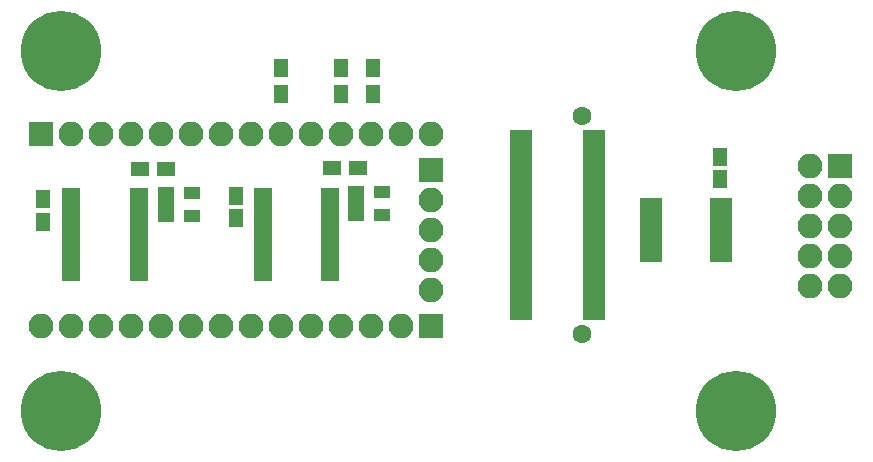
<source format=gts>
G04 #@! TF.FileFunction,Soldermask,Top*
%FSLAX46Y46*%
G04 Gerber Fmt 4.6, Leading zero omitted, Abs format (unit mm)*
G04 Created by KiCad (PCBNEW 4.0.7) date 12/11/17 20:33:10*
%MOMM*%
%LPD*%
G01*
G04 APERTURE LIST*
%ADD10C,0.100000*%
%ADD11C,6.800000*%
%ADD12R,1.848000X0.857000*%
%ADD13C,1.600000*%
%ADD14R,1.150000X1.600000*%
%ADD15R,2.100000X2.100000*%
%ADD16O,2.100000X2.100000*%
%ADD17R,1.600000X1.300000*%
%ADD18R,1.500000X0.800000*%
%ADD19R,1.460000X1.050000*%
%ADD20R,1.900000X0.850000*%
%ADD21R,1.300000X1.600000*%
G04 APERTURE END LIST*
D10*
D11*
X108150000Y-58520000D03*
X51000000Y-58520000D03*
X108150000Y-89000000D03*
X51000000Y-89000000D03*
D12*
X96162340Y-80870680D03*
X96162340Y-80070680D03*
X96162340Y-79270680D03*
X96162340Y-78470680D03*
X96162340Y-77670680D03*
X96162340Y-76870680D03*
X96163140Y-76070680D03*
X96162340Y-75270680D03*
X96162340Y-74470680D03*
X96162340Y-73670680D03*
X96162340Y-72870680D03*
X96162340Y-72070680D03*
X96162340Y-71270680D03*
X96162340Y-70470680D03*
X96162340Y-69670680D03*
X96162340Y-68870680D03*
X96162340Y-68070680D03*
X96162340Y-67270680D03*
X96162340Y-66470680D03*
X96162340Y-65670680D03*
X89990340Y-80870680D03*
X89990340Y-80070680D03*
X89990340Y-79270680D03*
X89990340Y-78470680D03*
X89990340Y-77670680D03*
X89990340Y-76870680D03*
X89990340Y-76070680D03*
X89990340Y-75270680D03*
X89990340Y-74470680D03*
X89990340Y-73670680D03*
X89990340Y-72870680D03*
X89990340Y-72070680D03*
X89990340Y-71270680D03*
X89990340Y-70470680D03*
X89990340Y-69670680D03*
X89990340Y-68870680D03*
X89990340Y-68070680D03*
X89990340Y-67270680D03*
X89990340Y-66470680D03*
X89990340Y-65670680D03*
D13*
X95108340Y-82484180D03*
X95108340Y-64057180D03*
D14*
X49499520Y-72994560D03*
X49499520Y-71094560D03*
X65793620Y-72692300D03*
X65793620Y-70792300D03*
X106827320Y-67500460D03*
X106827320Y-69400460D03*
D15*
X49339500Y-65580960D03*
D16*
X51879500Y-65580960D03*
X54419500Y-65580960D03*
X56959500Y-65580960D03*
X59499500Y-65580960D03*
X62039500Y-65580960D03*
X64579500Y-65580960D03*
X67119500Y-65580960D03*
X69659500Y-65580960D03*
X72199500Y-65580960D03*
X74739500Y-65580960D03*
X77279500Y-65580960D03*
X79819500Y-65580960D03*
X82359500Y-65580960D03*
D15*
X82359500Y-81854840D03*
D16*
X79819500Y-81854840D03*
X77279500Y-81854840D03*
X74739500Y-81854840D03*
X72199500Y-81854840D03*
X69659500Y-81854840D03*
X67119500Y-81854840D03*
X64579500Y-81854840D03*
X62039500Y-81854840D03*
X59499500Y-81854840D03*
X56959500Y-81854840D03*
X54419500Y-81854840D03*
X51879500Y-81854840D03*
X49339500Y-81854840D03*
D15*
X82336640Y-68613020D03*
D16*
X82336640Y-71153020D03*
X82336640Y-73693020D03*
X82336640Y-76233020D03*
X82336640Y-78773020D03*
D15*
X116964460Y-68275200D03*
D16*
X114424460Y-68275200D03*
X116964460Y-70815200D03*
X114424460Y-70815200D03*
X116964460Y-73355200D03*
X114424460Y-73355200D03*
X116964460Y-75895200D03*
X114424460Y-75895200D03*
X116964460Y-78435200D03*
X114424460Y-78435200D03*
D17*
X59898460Y-68491100D03*
X57698460Y-68491100D03*
X76134320Y-68470780D03*
X73934320Y-68470780D03*
D18*
X51881920Y-70514260D03*
X51881920Y-71164260D03*
X51881920Y-71814260D03*
X51881920Y-72464260D03*
X51881920Y-73114260D03*
X51881920Y-73764260D03*
X51881920Y-74414260D03*
X51881920Y-75064260D03*
X51881920Y-75714260D03*
X51881920Y-76364260D03*
X51881920Y-77014260D03*
X51881920Y-77664260D03*
X57581920Y-77664260D03*
X57581920Y-77014260D03*
X57581920Y-76364260D03*
X57581920Y-75714260D03*
X57581920Y-75064260D03*
X57581920Y-74414260D03*
X57581920Y-73764260D03*
X57581920Y-73114260D03*
X57581920Y-72464260D03*
X57581920Y-71814260D03*
X57581920Y-71164260D03*
X57581920Y-70514260D03*
X68092200Y-70514260D03*
X68092200Y-71164260D03*
X68092200Y-71814260D03*
X68092200Y-72464260D03*
X68092200Y-73114260D03*
X68092200Y-73764260D03*
X68092200Y-74414260D03*
X68092200Y-75064260D03*
X68092200Y-75714260D03*
X68092200Y-76364260D03*
X68092200Y-77014260D03*
X68092200Y-77664260D03*
X73792200Y-77664260D03*
X73792200Y-77014260D03*
X73792200Y-76364260D03*
X73792200Y-75714260D03*
X73792200Y-75064260D03*
X73792200Y-74414260D03*
X73792200Y-73764260D03*
X73792200Y-73114260D03*
X73792200Y-72464260D03*
X73792200Y-71814260D03*
X73792200Y-71164260D03*
X73792200Y-70514260D03*
D19*
X59870160Y-70576400D03*
X59870160Y-71526400D03*
X59870160Y-72476400D03*
X62070160Y-72476400D03*
X62070160Y-70576400D03*
X76014220Y-70482460D03*
X76014220Y-71432460D03*
X76014220Y-72382460D03*
X78214220Y-72382460D03*
X78214220Y-70482460D03*
D20*
X100989340Y-71390080D03*
X100989340Y-72040080D03*
X100989340Y-72690080D03*
X100989340Y-73340080D03*
X100989340Y-73990080D03*
X100989340Y-74640080D03*
X100989340Y-75290080D03*
X100989340Y-75940080D03*
X106889340Y-75940080D03*
X106889340Y-75290080D03*
X106889340Y-74640080D03*
X106889340Y-73990080D03*
X106889340Y-73340080D03*
X106889340Y-72690080D03*
X106889340Y-72040080D03*
X106889340Y-71390080D03*
D21*
X77429360Y-59999700D03*
X77429360Y-62199700D03*
X74714100Y-59999700D03*
X74714100Y-62199700D03*
X69662040Y-62199700D03*
X69662040Y-59999700D03*
M02*

</source>
